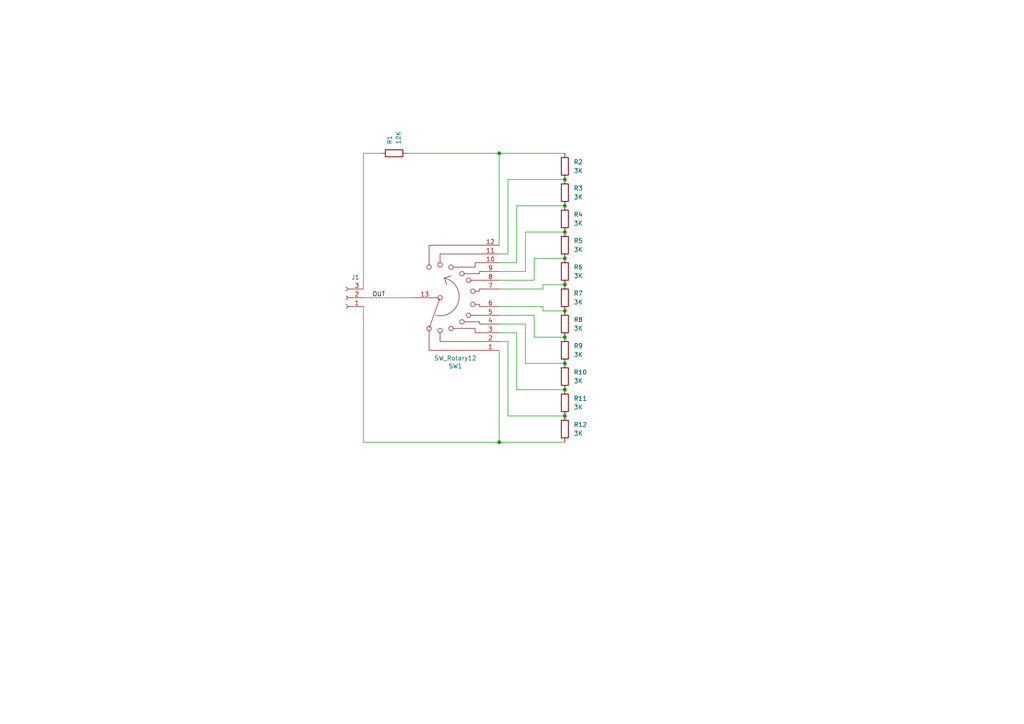
<source format=kicad_sch>
(kicad_sch (version 20211123) (generator eeschema)
  (paper "A4")
  (lib_symbols
    (symbol "Connector:Conn_01x03_Female" (pin_names (offset 1.016) hide)
      (property "Reference" "J" (at 0 5.08 0))
      (property "Value" "Conn_01x03_Female" (at 0 -5.08 0))
      (symbol "Conn_01x03_Female_1_1"
        (arc (start 0 -2.032) (mid -0.508 -2.54) (end 0 -3.048) (stroke (width 0.1524)))
        (polyline (pts (xy -1.27 -2.54) (xy -0.508 -2.54)) (stroke (width 0.1524)))
        (polyline (pts (xy -1.27 0) (xy -0.508 0)) (stroke (width 0.1524)))
        (polyline (pts (xy -1.27 2.54) (xy -0.508 2.54)) (stroke (width 0.1524)))
        (arc (start 0 0.508) (mid -0.508 0) (end 0 -0.508) (stroke (width 0.1524)))
        (arc (start 0 3.048) (mid -0.508 2.54) (end 0 2.032) (stroke (width 0.1524)))
        (pin passive line (at -5.08 2.54 0) (length 3.81) (name "Pin_1") (number "1"))
        (pin passive line (at -5.08 0 0) (length 3.81) (name "Pin_2") (number "2"))
        (pin passive line (at -5.08 -2.54 0) (length 3.81) (name "Pin_3") (number "3"))
      )
    )
    (symbol "Device:R" (pin_numbers hide) (pin_names (offset 0))
      (property "Reference" "R" (at 2.032 0 90))
      (property "Value" "R" (at 0 0 90))
      (symbol "R_0_1"
        (rectangle (start -1.016 -2.54) (end 1.016 2.54) (stroke (width 0.254)))
      )
      (symbol "R_1_1"
        (pin passive line (at 0 3.81 270) (length 1.27) (name "~") (number "1"))
        (pin passive line (at 0 -3.81 90) (length 1.27) (name "~") (number "2"))
      )
    )
    (symbol "Switch:SW_Rotary12" (pin_names (offset 1.016) hide)
      (property "Reference" "SW" (at 0 17.78 0))
      (property "Value" "SW_Rotary12" (at 0 -17.78 0))
      (symbol "SW_Rotary12_0_0"
        (circle (center -10.16 -8.89) (radius 0.635))
        (circle (center -10.16 8.89) (radius 0.635))
        (circle (center -6.985 -9.525) (radius 0.635))
        (circle (center -6.985 0) (radius 0.635))
        (circle (center -6.985 9.525) (radius 0.635))
        (arc (start -5.715 -5.715) (mid -1.5995 0.937) (end -8.255 5.08))
        (circle (center -3.81 -8.89) (radius 0.635))
        (circle (center -3.81 8.89) (radius 0.635))
        (circle (center -0.635 -6.985) (radius 0.635))
        (circle (center -0.635 6.985) (radius 0.635))
        (polyline (pts (xy -6.985 0) (xy -10.16 8.89)))
        (polyline (pts (xy -5.715 -5.715) (xy -5.08 -3.81)))
        (polyline (pts (xy -5.715 -5.715) (xy -3.81 -6.35)))
        (polyline (pts (xy 1.905 -5.08) (xy 5.08 -5.08)))
        (polyline (pts (xy 1.905 5.08) (xy 5.08 5.08)))
        (polyline (pts (xy -10.16 -9.525) (xy -10.16 -15.24) (xy 5.08 -15.24)))
        (polyline (pts (xy -10.16 9.525) (xy -10.16 15.24) (xy 5.08 15.24)))
        (polyline (pts (xy -6.985 -10.16) (xy -6.985 -12.7) (xy 5.08 -12.7)))
        (polyline (pts (xy -6.985 10.16) (xy -6.985 12.7) (xy 5.08 12.7)))
        (polyline (pts (xy -3.175 -8.89) (xy 3.175 -8.89) (xy 3.175 -10.16) (xy 5.08 -10.16)))
        (polyline (pts (xy -3.175 8.89) (xy 3.175 8.89) (xy 3.175 10.16) (xy 5.08 10.16)))
        (polyline (pts (xy 0 -6.985) (xy 4.445 -6.985) (xy 4.445 -7.62) (xy 5.08 -7.62)))
        (polyline (pts (xy 0 6.985) (xy 4.445 6.985) (xy 4.445 7.62) (xy 5.08 7.62)))
        (polyline (pts (xy 3.175 -1.905) (xy 4.445 -1.905) (xy 4.445 -2.54) (xy 5.08 -2.54)))
        (polyline (pts (xy 3.175 1.905) (xy 4.445 1.905) (xy 4.445 2.54) (xy 5.08 2.54)))
        (circle (center 1.27 -5.08) (radius 0.635))
        (circle (center 1.27 5.08) (radius 0.635))
        (circle (center 2.54 -1.905) (radius 0.635))
        (circle (center 2.54 1.905) (radius 0.635))
      )
      (symbol "SW_Rotary12_0_1"
        (pin passive line (at 10.16 15.24 180) (length 5.08) (name "1") (number "1"))
        (pin passive line (at 10.16 -10.16 180) (length 5.08) (name "10") (number "10"))
        (pin passive line (at 10.16 -12.7 180) (length 5.08) (name "11") (number "11"))
        (pin passive line (at 10.16 -15.24 180) (length 5.08) (name "12") (number "12"))
        (pin passive line (at -15.24 0 0) (length 7.62) (name "13") (number "13"))
        (pin passive line (at 10.16 12.7 180) (length 5.08) (name "2") (number "2"))
        (pin passive line (at 10.16 10.16 180) (length 5.08) (name "3") (number "3"))
        (pin passive line (at 10.16 7.62 180) (length 5.08) (name "4") (number "4"))
        (pin passive line (at 10.16 5.08 180) (length 5.08) (name "5") (number "5"))
        (pin passive line (at 10.16 2.54 180) (length 5.08) (name "6") (number "6"))
        (pin passive line (at 10.16 -2.54 180) (length 5.08) (name "7") (number "7"))
        (pin passive line (at 10.16 -5.08 180) (length 5.08) (name "8") (number "8"))
        (pin passive line (at 10.16 -7.62 180) (length 5.08) (name "9") (number "9"))
      )
    )
  )
  (junction (at 163.83 52.07))
  (junction (at 163.83 67.31))
  (junction (at 163.83 113.03))
  (junction (at 163.83 120.65))
  (junction (at 163.83 90.17))
  (junction (at 163.83 82.55))
  (junction (at 163.83 74.93))
  (junction (at 163.83 59.69))
  (junction (at 144.78 128.27))
  (junction (at 163.83 105.41))
  (junction (at 163.83 97.79))
  (junction (at 144.78 44.45))
  (wire (pts (xy 144.78 99.06) (xy 147.32 99.06)))
  (wire (pts (xy 157.48 83.82) (xy 157.48 82.55)))
  (wire (pts (xy 152.4 105.41) (xy 163.83 105.41)))
  (wire (pts (xy 144.78 76.2) (xy 149.86 76.2)))
  (wire (pts (xy 105.41 88.9) (xy 105.41 128.27)))
  (wire (pts (xy 147.32 73.66) (xy 147.32 52.07)))
  (wire (pts (xy 152.4 67.31) (xy 163.83 67.31)))
  (wire (pts (xy 144.78 93.98) (xy 152.4 93.98)))
  (wire (pts (xy 144.78 101.6) (xy 144.78 128.27)))
  (wire (pts (xy 157.48 82.55) (xy 163.83 82.55)))
  (wire (pts (xy 154.94 97.79) (xy 163.83 97.79)))
  (wire (pts (xy 152.4 93.98) (xy 152.4 105.41)))
  (wire (pts (xy 157.48 88.9) (xy 157.48 90.17)))
  (wire (pts (xy 105.41 44.45) (xy 110.49 44.45)))
  (wire (pts (xy 144.78 91.44) (xy 154.94 91.44)))
  (wire (pts (xy 154.94 91.44) (xy 154.94 97.79)))
  (wire (pts (xy 105.41 128.27) (xy 144.78 128.27)))
  (wire (pts (xy 144.78 96.52) (xy 149.86 96.52)))
  (wire (pts (xy 149.86 113.03) (xy 163.83 113.03)))
  (wire (pts (xy 149.86 76.2) (xy 149.86 59.69)))
  (wire (pts (xy 105.41 44.45) (xy 105.41 83.82)))
  (wire (pts (xy 147.32 120.65) (xy 163.83 120.65)))
  (wire (pts (xy 144.78 73.66) (xy 147.32 73.66)))
  (wire (pts (xy 144.78 128.27) (xy 163.83 128.27)))
  (wire (pts (xy 154.94 74.93) (xy 163.83 74.93)))
  (wire (pts (xy 118.11 44.45) (xy 144.78 44.45)))
  (wire (pts (xy 144.78 44.45) (xy 144.78 71.12)))
  (wire (pts (xy 144.78 83.82) (xy 157.48 83.82)))
  (wire (pts (xy 147.32 52.07) (xy 163.83 52.07)))
  (wire (pts (xy 154.94 81.28) (xy 154.94 74.93)))
  (wire (pts (xy 144.78 81.28) (xy 154.94 81.28)))
  (wire (pts (xy 144.78 88.9) (xy 157.48 88.9)))
  (wire (pts (xy 163.83 44.45) (xy 144.78 44.45)))
  (wire (pts (xy 147.32 99.06) (xy 147.32 120.65)))
  (wire (pts (xy 152.4 78.74) (xy 152.4 67.31)))
  (wire (pts (xy 144.78 78.74) (xy 152.4 78.74)))
  (wire (pts (xy 149.86 59.69) (xy 163.83 59.69)))
  (wire (pts (xy 149.86 96.52) (xy 149.86 113.03)))
  (wire (pts (xy 157.48 90.17) (xy 163.83 90.17)))
  (wire (pts (xy 105.41 86.36) (xy 119.38 86.36)))
  (label "OUT" (at 107.95 86.36 0))
  (symbol (lib_id "Switch:SW_Rotary12") (at 134.62 86.36 0) (mirror x) (unit 1)
    (property "Reference" "SW1" (at 132.08 106.1974 0))
    (property "Value" "SW_Rotary12" (at 132.08 103.886 0))
    (property "Footprint" "selector_switch:LORIN_12P1T" (effects hide))
    (property "Datasheet" "http://cdn-reichelt.de/documents/datenblatt/C200/DS-Serie%23LOR.pdf" (effects hide))
  )
  (symbol (lib_id "Connector:Conn_01x03_Female") (at 100.33 86.36 180) (unit 1)
    (property "Reference" "J1" (at 103.0732 80.4418 0))
    (property "Value" "Conn_01x03_Female" (effects hide))
    (property "Footprint" "Pin_Headers:Pin_Header_Straight_1x03" (effects hide))
  )
  (symbol (lib_id "Device:R") (at 163.83 55.88 0) (unit 1)
    (property "Reference" "R3" (at 166.37 54.6099 0) (effects (justify left)))
    (property "Value" "3K" (at 166.37 57.1499 0) (effects (justify left)))
    (property "Footprint" "Resistor_SMD:R_0603_1608Metric_Pad0.98x0.95mm_HandSolder" (effects hide))
  )
  (symbol (lib_id "Device:R") (at 163.83 124.46 0) (unit 1)
    (property "Reference" "R12" (at 166.37 123.1899 0) (effects (justify left)))
    (property "Value" "3K" (at 166.37 125.7299 0) (effects (justify left)))
    (property "Footprint" "Resistor_SMD:R_0603_1608Metric_Pad0.98x0.95mm_HandSolder" (effects hide))
  )
  (symbol (lib_id "Device:R") (at 163.83 86.36 0) (unit 1)
    (property "Reference" "R7" (at 166.37 85.0899 0) (effects (justify left)))
    (property "Value" "3K" (at 166.37 87.6299 0) (effects (justify left)))
    (property "Footprint" "Resistor_SMD:R_0603_1608Metric_Pad0.98x0.95mm_HandSolder" (effects hide))
  )
  (symbol (lib_id "Device:R") (at 163.83 63.5 0) (unit 1)
    (property "Reference" "R4" (at 166.37 62.2299 0) (effects (justify left)))
    (property "Value" "3K" (at 166.37 64.7699 0) (effects (justify left)))
    (property "Footprint" "Resistor_SMD:R_0603_1608Metric_Pad0.98x0.95mm_HandSolder" (effects hide))
  )
  (symbol (lib_id "Device:R") (at 163.83 71.12 0) (unit 1)
    (property "Reference" "R5" (at 166.37 69.8499 0) (effects (justify left)))
    (property "Value" "3K" (at 166.37 72.3899 0) (effects (justify left)))
    (property "Footprint" "Resistor_SMD:R_0603_1608Metric_Pad0.98x0.95mm_HandSolder" (effects hide))
  )
  (symbol (lib_id "Device:R") (at 163.83 109.22 0) (unit 1)
    (property "Reference" "R10" (at 166.37 107.9499 0) (effects (justify left)))
    (property "Value" "3K" (at 166.37 110.4899 0) (effects (justify left)))
    (property "Footprint" "Resistor_SMD:R_0603_1608Metric_Pad0.98x0.95mm_HandSolder" (effects hide))
  )
  (symbol (lib_id "Device:R") (at 163.83 93.98 0) (unit 1)
    (property "Reference" "R8" (at 166.37 92.7099 0) (effects (justify left)))
    (property "Value" "3K" (at 166.37 95.2499 0) (effects (justify left)))
    (property "Footprint" "Resistor_SMD:R_0603_1608Metric_Pad0.98x0.95mm_HandSolder" (effects hide))
  )
  (symbol (lib_id "Device:R") (at 114.3 44.45 90) (unit 1)
    (property "Reference" "R1" (at 113.0299 41.91 0) (effects (justify left)))
    (property "Value" "12K" (at 115.5699 41.91 0) (effects (justify left)))
    (property "Footprint" "Resistor_SMD:R_0603_1608Metric_Pad0.98x0.95mm_HandSolder" (effects hide))
  )
  (symbol (lib_id "Device:R") (at 163.83 116.84 0) (unit 1)
    (property "Reference" "R11" (at 166.37 115.5699 0) (effects (justify left)))
    (property "Value" "3K" (at 166.37 118.1099 0) (effects (justify left)))
    (property "Footprint" "Resistor_SMD:R_0603_1608Metric_Pad0.98x0.95mm_HandSolder" (effects hide))
  )
  (symbol (lib_id "Device:R") (at 163.83 48.26 0) (unit 1)
    (property "Reference" "R2" (at 166.37 46.9899 0) (effects (justify left)))
    (property "Value" "3K" (at 166.37 49.5299 0) (effects (justify left)))
    (property "Footprint" "Resistor_SMD:R_0603_1608Metric_Pad0.98x0.95mm_HandSolder" (effects hide))
  )
  (symbol (lib_id "Device:R") (at 163.83 78.74 0) (unit 1)
    (property "Reference" "R6" (at 166.37 77.4699 0) (effects (justify left)))
    (property "Value" "3K" (at 166.37 80.0099 0) (effects (justify left)))
    (property "Footprint" "Resistor_SMD:R_0603_1608Metric_Pad0.98x0.95mm_HandSolder" (effects hide))
  )
  (symbol (lib_id "Device:R") (at 163.83 101.6 0) (unit 1)
    (property "Reference" "R9" (at 166.37 100.3299 0) (effects (justify left)))
    (property "Value" "3K" (at 166.37 102.8699 0) (effects (justify left)))
    (property "Footprint" "Resistor_SMD:R_0603_1608Metric_Pad0.98x0.95mm_HandSolder" (effects hide))
  )
)
</source>
